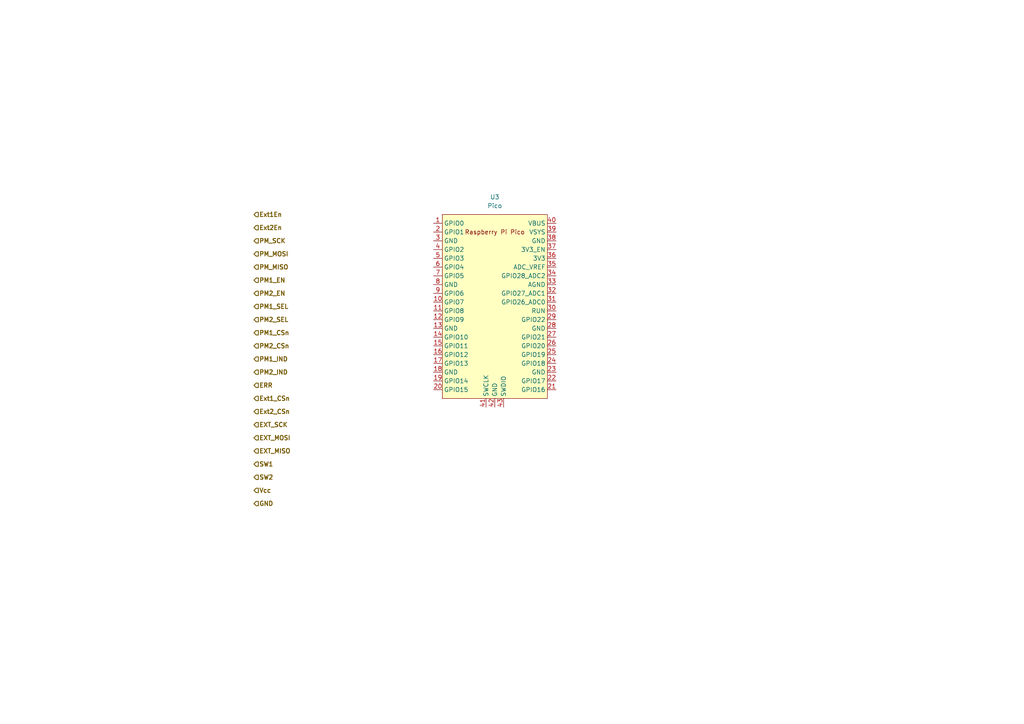
<source format=kicad_sch>
(kicad_sch (version 20231120) (generator "eeschema") (generator_version "8.0")
  (paper "A4")
  (lib_symbols
    (symbol "MCU_RaspberryPi_and_Boards:Pico"
      (property "Reference" "U" (at -13.97 27.94 0))
      (property "Value" "Pico" (at 0 19.05 0))
      (symbol "Pico_0_0"
        (text "Raspberry Pi Pico" (at 0 21.59 0) (effects (font (size 1.27 1.27))))
      )
      (symbol "Pico_0_1"
        (rectangle (start -15.24 26.67) (end 15.24 -26.67) (fill (type background)))
      )
      (symbol "Pico_1_1"
        (pin bidirectional line (at -17.78 24.13 0) (length 2.54) (name "GPIO0") (number "1"))
        (pin bidirectional line (at -17.78 1.27 0) (length 2.54) (name "GPIO7") (number "10"))
        (pin bidirectional line (at -17.78 -1.27 0) (length 2.54) (name "GPIO8") (number "11"))
        (pin bidirectional line (at -17.78 -3.81 0) (length 2.54) (name "GPIO9") (number "12"))
        (pin power_in line (at -17.78 -6.35 0) (length 2.54) (name "GND") (number "13"))
        (pin bidirectional line (at -17.78 -8.89 0) (length 2.54) (name "GPIO10") (number "14"))
        (pin bidirectional line (at -17.78 -11.43 0) (length 2.54) (name "GPIO11") (number "15"))
        (pin bidirectional line (at -17.78 -13.97 0) (length 2.54) (name "GPIO12") (number "16"))
        (pin bidirectional line (at -17.78 -16.51 0) (length 2.54) (name "GPIO13") (number "17"))
        (pin power_in line (at -17.78 -19.05 0) (length 2.54) (name "GND") (number "18"))
        (pin bidirectional line (at -17.78 -21.59 0) (length 2.54) (name "GPIO14") (number "19"))
        (pin bidirectional line (at -17.78 21.59 0) (length 2.54) (name "GPIO1") (number "2"))
        (pin bidirectional line (at -17.78 -24.13 0) (length 2.54) (name "GPIO15") (number "20"))
        (pin bidirectional line (at 17.78 -24.13 180) (length 2.54) (name "GPIO16") (number "21"))
        (pin bidirectional line (at 17.78 -21.59 180) (length 2.54) (name "GPIO17") (number "22"))
        (pin power_in line (at 17.78 -19.05 180) (length 2.54) (name "GND") (number "23"))
        (pin bidirectional line (at 17.78 -16.51 180) (length 2.54) (name "GPIO18") (number "24"))
        (pin bidirectional line (at 17.78 -13.97 180) (length 2.54) (name "GPIO19") (number "25"))
        (pin bidirectional line (at 17.78 -11.43 180) (length 2.54) (name "GPIO20") (number "26"))
        (pin bidirectional line (at 17.78 -8.89 180) (length 2.54) (name "GPIO21") (number "27"))
        (pin power_in line (at 17.78 -6.35 180) (length 2.54) (name "GND") (number "28"))
        (pin bidirectional line (at 17.78 -3.81 180) (length 2.54) (name "GPIO22") (number "29"))
        (pin power_in line (at -17.78 19.05 0) (length 2.54) (name "GND") (number "3"))
        (pin input line (at 17.78 -1.27 180) (length 2.54) (name "RUN") (number "30"))
        (pin bidirectional line (at 17.78 1.27 180) (length 2.54) (name "GPIO26_ADC0") (number "31"))
        (pin bidirectional line (at 17.78 3.81 180) (length 2.54) (name "GPIO27_ADC1") (number "32"))
        (pin power_in line (at 17.78 6.35 180) (length 2.54) (name "AGND") (number "33"))
        (pin bidirectional line (at 17.78 8.89 180) (length 2.54) (name "GPIO28_ADC2") (number "34"))
        (pin power_in line (at 17.78 11.43 180) (length 2.54) (name "ADC_VREF") (number "35"))
        (pin power_in line (at 17.78 13.97 180) (length 2.54) (name "3V3") (number "36"))
        (pin input line (at 17.78 16.51 180) (length 2.54) (name "3V3_EN") (number "37"))
        (pin bidirectional line (at 17.78 19.05 180) (length 2.54) (name "GND") (number "38"))
        (pin power_in line (at 17.78 21.59 180) (length 2.54) (name "VSYS") (number "39"))
        (pin bidirectional line (at -17.78 16.51 0) (length 2.54) (name "GPIO2") (number "4"))
        (pin power_in line (at 17.78 24.13 180) (length 2.54) (name "VBUS") (number "40"))
        (pin input line (at -2.54 -29.21 90) (length 2.54) (name "SWCLK") (number "41"))
        (pin power_in line (at 0 -29.21 90) (length 2.54) (name "GND") (number "42"))
        (pin bidirectional line (at 2.54 -29.21 90) (length 2.54) (name "SWDIO") (number "43"))
        (pin bidirectional line (at -17.78 13.97 0) (length 2.54) (name "GPIO3") (number "5"))
        (pin bidirectional line (at -17.78 11.43 0) (length 2.54) (name "GPIO4") (number "6"))
        (pin bidirectional line (at -17.78 8.89 0) (length 2.54) (name "GPIO5") (number "7"))
        (pin power_in line (at -17.78 6.35 0) (length 2.54) (name "GND") (number "8"))
        (pin bidirectional line (at -17.78 3.81 0) (length 2.54) (name "GPIO6") (number "9"))
      )
    )
  )
  (hierarchical_label "Ext2_CSn" (shape input) (at 73.66 119.38 0) (effects (font (thickness 0.254) (bold yes))))
  (hierarchical_label "SW1" (shape input) (at 73.66 134.62 0) (effects (font (thickness 0.254) (bold yes))))
  (hierarchical_label "Ext2En" (shape input) (at 73.66 66.04 0) (effects (font (thickness 0.254) (bold yes))))
  (hierarchical_label "ERR" (shape input) (at 73.66 111.76 0) (effects (font (thickness 0.254) (bold yes))))
  (hierarchical_label "PM2_EN" (shape input) (at 73.66 85.09 0) (effects (font (thickness 0.254) (bold yes))))
  (hierarchical_label "PM_MOSI" (shape input) (at 73.66 73.66 0) (effects (font (thickness 0.254) (bold yes))))
  (hierarchical_label "PM_SCK" (shape input) (at 73.66 69.85 0) (effects (font (thickness 0.254) (bold yes))))
  (hierarchical_label "Ext1_CSn" (shape input) (at 73.66 115.57 0) (effects (font (thickness 0.254) (bold yes))))
  (hierarchical_label "GND" (shape input) (at 73.66 146.05 0) (effects (font (thickness 0.254) (bold yes))))
  (hierarchical_label "Vcc" (shape input) (at 73.66 142.24 0) (effects (font (thickness 0.254) (bold yes))))
  (hierarchical_label "PM2_SEL" (shape input) (at 73.66 92.71 0) (effects (font (thickness 0.254) (bold yes))))
  (hierarchical_label "PM_MISO" (shape input) (at 73.66 77.47 0) (effects (font (thickness 0.254) (bold yes))))
  (hierarchical_label "EXT_SCK" (shape input) (at 73.66 123.19 0) (effects (font (thickness 0.254) (bold yes))))
  (hierarchical_label "PM2_CSn" (shape input) (at 73.66 100.33 0) (effects (font (thickness 0.254) (bold yes))))
  (hierarchical_label "PM1_SEL" (shape input) (at 73.66 88.9 0) (effects (font (thickness 0.254) (bold yes))))
  (hierarchical_label "Ext1En" (shape input) (at 73.66 62.23 0) (effects (font (thickness 0.254) (bold yes))))
  (hierarchical_label "PM1_EN" (shape input) (at 73.66 81.28 0) (effects (font (thickness 0.254) (bold yes))))
  (hierarchical_label "PM1_CSn" (shape input) (at 73.66 96.52 0) (effects (font (thickness 0.254) (bold yes))))
  (hierarchical_label "EXT_MISO" (shape input) (at 73.66 130.81 0) (effects (font (thickness 0.254) (bold yes))))
  (hierarchical_label "SW2" (shape input) (at 73.66 138.43 0) (effects (font (thickness 0.254) (bold yes))))
  (hierarchical_label "EXT_MOSI" (shape input) (at 73.66 127 0) (effects (font (thickness 0.254) (bold yes))))
  (hierarchical_label "PM2_IND" (shape input) (at 73.66 107.95 0) (effects (font (thickness 0.254) (bold yes))))
  (hierarchical_label "PM1_IND" (shape input) (at 73.66 104.14 0) (effects (font (thickness 0.254) (bold yes))))
  (symbol (lib_id "MCU_RaspberryPi_and_Boards:Pico") (at 143.51 88.9 0) (unit 1)
    (property "Reference" "U3" (at 143.51 57.15 0))
    (property "Value" "Pico" (at 143.51 59.69 0))
    (property "Footprint" "RPi_Pico:RPi_Pico_SMD_TH" (effects (hide yes)))
  )
)
</source>
